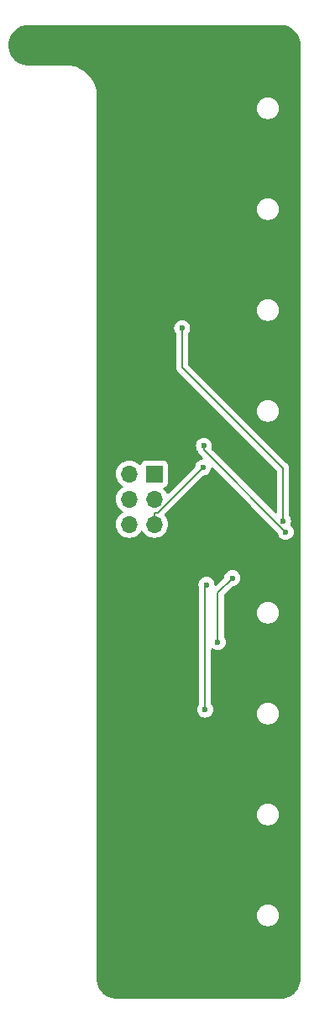
<source format=gbr>
%TF.GenerationSoftware,KiCad,Pcbnew,8.0.4-8.0.4-0~ubuntu22.04.1*%
%TF.CreationDate,2024-08-10T22:35:36+03:00*%
%TF.ProjectId,PM-RQ8-front,504d2d52-5138-42d6-9672-6f6e742e6b69,rev?*%
%TF.SameCoordinates,Original*%
%TF.FileFunction,Copper,L1,Top*%
%TF.FilePolarity,Positive*%
%FSLAX46Y46*%
G04 Gerber Fmt 4.6, Leading zero omitted, Abs format (unit mm)*
G04 Created by KiCad (PCBNEW 8.0.4-8.0.4-0~ubuntu22.04.1) date 2024-08-10 22:35:36*
%MOMM*%
%LPD*%
G01*
G04 APERTURE LIST*
%TA.AperFunction,ComponentPad*%
%ADD10R,1.700000X1.700000*%
%TD*%
%TA.AperFunction,ComponentPad*%
%ADD11O,1.700000X1.700000*%
%TD*%
%TA.AperFunction,ViaPad*%
%ADD12C,0.600000*%
%TD*%
%TA.AperFunction,Conductor*%
%ADD13C,0.200000*%
%TD*%
G04 APERTURE END LIST*
D10*
%TO.P,J2,1,Pin_1*%
%TO.N,+3.3V*%
X66040000Y-96520000D03*
D11*
%TO.P,J2,2,Pin_2*%
X63500000Y-96520000D03*
%TO.P,J2,3,Pin_3*%
%TO.N,/MOSI*%
X66040000Y-99060000D03*
%TO.P,J2,4,Pin_4*%
%TO.N,/SCK*%
X63500000Y-99060000D03*
%TO.P,J2,5,Pin_5*%
%TO.N,/MISO*%
X66040000Y-101600000D03*
%TO.P,J2,6,Pin_6*%
%TO.N,/CS*%
X63500000Y-101600000D03*
%TO.P,J2,7,Pin_7*%
%TO.N,GND*%
X66040000Y-104140000D03*
%TO.P,J2,8,Pin_8*%
X63500000Y-104140000D03*
%TD*%
D12*
%TO.N,GND*%
X73660000Y-99060000D03*
X73660000Y-101600000D03*
X76200000Y-101600000D03*
%TO.N,/6*%
X71287000Y-107684000D03*
X71148400Y-120263000D03*
%TO.N,/5*%
X73881300Y-107006000D03*
X72429300Y-113466000D03*
%TO.N,/3*%
X71015600Y-93697600D03*
X79265900Y-102357000D03*
%TO.N,/2*%
X68829200Y-81848700D03*
X79004200Y-101262000D03*
%TO.N,/MISO*%
X70932000Y-95868400D03*
%TO.N,GND*%
X78740000Y-93980000D03*
%TD*%
D13*
%TO.N,/6*%
X71148400Y-107823000D02*
X71287000Y-107684000D01*
X71148400Y-120263000D02*
X71148400Y-107823000D01*
%TO.N,/5*%
X72429300Y-108458000D02*
X72429300Y-113466000D01*
X73881300Y-107006000D02*
X72429300Y-108458000D01*
%TO.N,/3*%
X79248100Y-102357000D02*
X79265900Y-102357000D01*
X71015600Y-94124700D02*
X79248100Y-102357000D01*
X71015600Y-93697600D02*
X71015600Y-94124700D01*
%TO.N,/2*%
X79004200Y-95965300D02*
X79004200Y-101262000D01*
X68829200Y-85790300D02*
X79004200Y-95965300D01*
X68829200Y-81848700D02*
X68829200Y-85790300D01*
%TO.N,/MISO*%
X66352100Y-100448000D02*
X70932000Y-95868400D01*
X66040000Y-100448000D02*
X66352100Y-100448000D01*
X66040000Y-101600000D02*
X66040000Y-100448000D01*
%TD*%
%TA.AperFunction,Conductor*%
%TO.N,GND*%
G36*
X78744042Y-51300765D02*
G01*
X78766774Y-51302254D01*
X78998114Y-51317417D01*
X79014172Y-51319532D01*
X79259888Y-51368408D01*
X79275554Y-51372606D01*
X79426736Y-51423925D01*
X79512788Y-51453136D01*
X79527765Y-51459339D01*
X79745336Y-51566633D01*
X79752460Y-51570146D01*
X79766508Y-51578256D01*
X79974815Y-51717443D01*
X79987679Y-51727314D01*
X80176033Y-51892497D01*
X80187502Y-51903966D01*
X80352685Y-52092320D01*
X80362559Y-52105188D01*
X80501743Y-52313492D01*
X80509853Y-52327539D01*
X80620657Y-52552227D01*
X80626864Y-52567213D01*
X80707393Y-52804445D01*
X80711591Y-52820111D01*
X80760465Y-53065813D01*
X80762583Y-53081895D01*
X80778968Y-53331890D01*
X80779235Y-53335956D01*
X80779500Y-53344066D01*
X80779500Y-147315933D01*
X80779235Y-147324043D01*
X80762583Y-147578104D01*
X80760465Y-147594186D01*
X80711591Y-147839888D01*
X80707393Y-147855554D01*
X80626864Y-148092786D01*
X80620657Y-148107772D01*
X80509853Y-148332460D01*
X80501743Y-148346507D01*
X80362559Y-148554811D01*
X80352685Y-148567679D01*
X80187502Y-148756033D01*
X80176033Y-148767502D01*
X79987679Y-148932685D01*
X79974811Y-148942559D01*
X79766507Y-149081743D01*
X79752460Y-149089853D01*
X79527772Y-149200657D01*
X79512786Y-149206864D01*
X79275554Y-149287393D01*
X79259888Y-149291591D01*
X79014186Y-149340465D01*
X78998104Y-149342583D01*
X78744043Y-149359235D01*
X78735933Y-149359500D01*
X62234067Y-149359500D01*
X62225957Y-149359235D01*
X61971895Y-149342583D01*
X61955814Y-149340465D01*
X61920770Y-149333494D01*
X61710111Y-149291591D01*
X61694445Y-149287393D01*
X61457213Y-149206864D01*
X61442227Y-149200657D01*
X61217539Y-149089853D01*
X61203492Y-149081743D01*
X60995188Y-148942559D01*
X60982320Y-148932685D01*
X60793966Y-148767502D01*
X60782497Y-148756033D01*
X60617314Y-148567679D01*
X60607440Y-148554811D01*
X60468256Y-148346507D01*
X60460146Y-148332460D01*
X60349464Y-148108019D01*
X60349339Y-148107765D01*
X60343135Y-148092786D01*
X60262606Y-147855554D01*
X60258408Y-147839888D01*
X60249736Y-147796292D01*
X60209532Y-147594172D01*
X60207417Y-147578114D01*
X60190765Y-147324042D01*
X60190500Y-147315933D01*
X60190500Y-140883389D01*
X76369500Y-140883389D01*
X76369500Y-141056611D01*
X76396598Y-141227701D01*
X76450127Y-141392445D01*
X76528768Y-141546788D01*
X76630586Y-141686928D01*
X76753072Y-141809414D01*
X76893212Y-141911232D01*
X77047555Y-141989873D01*
X77212299Y-142043402D01*
X77383389Y-142070500D01*
X77383390Y-142070500D01*
X77556610Y-142070500D01*
X77556611Y-142070500D01*
X77727701Y-142043402D01*
X77892445Y-141989873D01*
X78046788Y-141911232D01*
X78186928Y-141809414D01*
X78309414Y-141686928D01*
X78411232Y-141546788D01*
X78489873Y-141392445D01*
X78543402Y-141227701D01*
X78570500Y-141056611D01*
X78570500Y-140883389D01*
X78543402Y-140712299D01*
X78489873Y-140547555D01*
X78411232Y-140393212D01*
X78309414Y-140253072D01*
X78186928Y-140130586D01*
X78046788Y-140028768D01*
X77892445Y-139950127D01*
X77727701Y-139896598D01*
X77727699Y-139896597D01*
X77727698Y-139896597D01*
X77596271Y-139875781D01*
X77556611Y-139869500D01*
X77383389Y-139869500D01*
X77343728Y-139875781D01*
X77212302Y-139896597D01*
X77047552Y-139950128D01*
X76893211Y-140028768D01*
X76813256Y-140086859D01*
X76753072Y-140130586D01*
X76753070Y-140130588D01*
X76753069Y-140130588D01*
X76630588Y-140253069D01*
X76630588Y-140253070D01*
X76630586Y-140253072D01*
X76586859Y-140313256D01*
X76528768Y-140393211D01*
X76450128Y-140547552D01*
X76396597Y-140712302D01*
X76369500Y-140883389D01*
X60190500Y-140883389D01*
X60190500Y-130723389D01*
X76369500Y-130723389D01*
X76369500Y-130896611D01*
X76396598Y-131067701D01*
X76450127Y-131232445D01*
X76528768Y-131386788D01*
X76630586Y-131526928D01*
X76753072Y-131649414D01*
X76893212Y-131751232D01*
X77047555Y-131829873D01*
X77212299Y-131883402D01*
X77383389Y-131910500D01*
X77383390Y-131910500D01*
X77556610Y-131910500D01*
X77556611Y-131910500D01*
X77727701Y-131883402D01*
X77892445Y-131829873D01*
X78046788Y-131751232D01*
X78186928Y-131649414D01*
X78309414Y-131526928D01*
X78411232Y-131386788D01*
X78489873Y-131232445D01*
X78543402Y-131067701D01*
X78570500Y-130896611D01*
X78570500Y-130723389D01*
X78543402Y-130552299D01*
X78489873Y-130387555D01*
X78411232Y-130233212D01*
X78309414Y-130093072D01*
X78186928Y-129970586D01*
X78046788Y-129868768D01*
X77892445Y-129790127D01*
X77727701Y-129736598D01*
X77727699Y-129736597D01*
X77727698Y-129736597D01*
X77596271Y-129715781D01*
X77556611Y-129709500D01*
X77383389Y-129709500D01*
X77343728Y-129715781D01*
X77212302Y-129736597D01*
X77047552Y-129790128D01*
X76893211Y-129868768D01*
X76813256Y-129926859D01*
X76753072Y-129970586D01*
X76753070Y-129970588D01*
X76753069Y-129970588D01*
X76630588Y-130093069D01*
X76630588Y-130093070D01*
X76630586Y-130093072D01*
X76586859Y-130153256D01*
X76528768Y-130233211D01*
X76450128Y-130387552D01*
X76396597Y-130552302D01*
X76369500Y-130723389D01*
X60190500Y-130723389D01*
X60190500Y-120262996D01*
X70342835Y-120262996D01*
X70342835Y-120263003D01*
X70363030Y-120442249D01*
X70363031Y-120442254D01*
X70422611Y-120612523D01*
X70500581Y-120736610D01*
X70518584Y-120765262D01*
X70646138Y-120892816D01*
X70798878Y-120988789D01*
X70969145Y-121048368D01*
X70969150Y-121048369D01*
X71148396Y-121068565D01*
X71148400Y-121068565D01*
X71148404Y-121068565D01*
X71327649Y-121048369D01*
X71327652Y-121048368D01*
X71327655Y-121048368D01*
X71497922Y-120988789D01*
X71650662Y-120892816D01*
X71778216Y-120765262D01*
X71874189Y-120612522D01*
X71891381Y-120563389D01*
X76369500Y-120563389D01*
X76369500Y-120736611D01*
X76396598Y-120907701D01*
X76450127Y-121072445D01*
X76528768Y-121226788D01*
X76630586Y-121366928D01*
X76753072Y-121489414D01*
X76893212Y-121591232D01*
X77047555Y-121669873D01*
X77212299Y-121723402D01*
X77383389Y-121750500D01*
X77383390Y-121750500D01*
X77556610Y-121750500D01*
X77556611Y-121750500D01*
X77727701Y-121723402D01*
X77892445Y-121669873D01*
X78046788Y-121591232D01*
X78186928Y-121489414D01*
X78309414Y-121366928D01*
X78411232Y-121226788D01*
X78489873Y-121072445D01*
X78543402Y-120907701D01*
X78570500Y-120736611D01*
X78570500Y-120563389D01*
X78543402Y-120392299D01*
X78489873Y-120227555D01*
X78411232Y-120073212D01*
X78309414Y-119933072D01*
X78186928Y-119810586D01*
X78046788Y-119708768D01*
X77892445Y-119630127D01*
X77727701Y-119576598D01*
X77727699Y-119576597D01*
X77727698Y-119576597D01*
X77596271Y-119555781D01*
X77556611Y-119549500D01*
X77383389Y-119549500D01*
X77343728Y-119555781D01*
X77212302Y-119576597D01*
X77047552Y-119630128D01*
X76893211Y-119708768D01*
X76829930Y-119754745D01*
X76753072Y-119810586D01*
X76753070Y-119810588D01*
X76753069Y-119810588D01*
X76630588Y-119933069D01*
X76630588Y-119933070D01*
X76630586Y-119933072D01*
X76586859Y-119993256D01*
X76528768Y-120073211D01*
X76450128Y-120227552D01*
X76396597Y-120392302D01*
X76369500Y-120563389D01*
X71891381Y-120563389D01*
X71933768Y-120442255D01*
X71933769Y-120442249D01*
X71953965Y-120263003D01*
X71953965Y-120262996D01*
X71933769Y-120083750D01*
X71933768Y-120083745D01*
X71881045Y-119933072D01*
X71874189Y-119913478D01*
X71778216Y-119760738D01*
X71778214Y-119760736D01*
X71778213Y-119760734D01*
X71775950Y-119757896D01*
X71775059Y-119755715D01*
X71774511Y-119754842D01*
X71774664Y-119754745D01*
X71749544Y-119693209D01*
X71748900Y-119680587D01*
X71748900Y-114208245D01*
X71768585Y-114141206D01*
X71821389Y-114095451D01*
X71890547Y-114085507D01*
X71938871Y-114103251D01*
X71985011Y-114132242D01*
X72079775Y-114191788D01*
X72250045Y-114251368D01*
X72250050Y-114251369D01*
X72429296Y-114271565D01*
X72429300Y-114271565D01*
X72429304Y-114271565D01*
X72608549Y-114251369D01*
X72608552Y-114251368D01*
X72608555Y-114251368D01*
X72778822Y-114191789D01*
X72931562Y-114095816D01*
X73059116Y-113968262D01*
X73155089Y-113815522D01*
X73214668Y-113645255D01*
X73234865Y-113466000D01*
X73214668Y-113286745D01*
X73155089Y-113116478D01*
X73059116Y-112963738D01*
X73059114Y-112963736D01*
X73059113Y-112963734D01*
X73056850Y-112960896D01*
X73055959Y-112958715D01*
X73055411Y-112957842D01*
X73055564Y-112957745D01*
X73030444Y-112896209D01*
X73029800Y-112883587D01*
X73029800Y-110403389D01*
X76369500Y-110403389D01*
X76369500Y-110576611D01*
X76396598Y-110747701D01*
X76450127Y-110912445D01*
X76528768Y-111066788D01*
X76630586Y-111206928D01*
X76753072Y-111329414D01*
X76893212Y-111431232D01*
X77047555Y-111509873D01*
X77212299Y-111563402D01*
X77383389Y-111590500D01*
X77383390Y-111590500D01*
X77556610Y-111590500D01*
X77556611Y-111590500D01*
X77727701Y-111563402D01*
X77892445Y-111509873D01*
X78046788Y-111431232D01*
X78186928Y-111329414D01*
X78309414Y-111206928D01*
X78411232Y-111066788D01*
X78489873Y-110912445D01*
X78543402Y-110747701D01*
X78570500Y-110576611D01*
X78570500Y-110403389D01*
X78543402Y-110232299D01*
X78489873Y-110067555D01*
X78411232Y-109913212D01*
X78309414Y-109773072D01*
X78186928Y-109650586D01*
X78046788Y-109548768D01*
X77892445Y-109470127D01*
X77727701Y-109416598D01*
X77727699Y-109416597D01*
X77727698Y-109416597D01*
X77596271Y-109395781D01*
X77556611Y-109389500D01*
X77383389Y-109389500D01*
X77343728Y-109395781D01*
X77212302Y-109416597D01*
X77047552Y-109470128D01*
X76893211Y-109548768D01*
X76813256Y-109606859D01*
X76753072Y-109650586D01*
X76753070Y-109650588D01*
X76753069Y-109650588D01*
X76630588Y-109773069D01*
X76630588Y-109773070D01*
X76630586Y-109773072D01*
X76586859Y-109833256D01*
X76528768Y-109913211D01*
X76450128Y-110067552D01*
X76396597Y-110232302D01*
X76369500Y-110403389D01*
X73029800Y-110403389D01*
X73029800Y-108758096D01*
X73049485Y-108691057D01*
X73066115Y-108670419D01*
X73899835Y-107836698D01*
X73961156Y-107803215D01*
X73973611Y-107801163D01*
X74060555Y-107791368D01*
X74230822Y-107731789D01*
X74383562Y-107635816D01*
X74511116Y-107508262D01*
X74607089Y-107355522D01*
X74666668Y-107185255D01*
X74666669Y-107185249D01*
X74686865Y-107006003D01*
X74686865Y-107005996D01*
X74666669Y-106826750D01*
X74666668Y-106826745D01*
X74607088Y-106656476D01*
X74511115Y-106503737D01*
X74383562Y-106376184D01*
X74230823Y-106280211D01*
X74060554Y-106220631D01*
X74060549Y-106220630D01*
X73881304Y-106200435D01*
X73881296Y-106200435D01*
X73702050Y-106220630D01*
X73702045Y-106220631D01*
X73531776Y-106280211D01*
X73379037Y-106376184D01*
X73251484Y-106503737D01*
X73155510Y-106656478D01*
X73095930Y-106826750D01*
X73086137Y-106913668D01*
X73059070Y-106978082D01*
X73050598Y-106987465D01*
X72301117Y-107736946D01*
X72239794Y-107770431D01*
X72170102Y-107765447D01*
X72114169Y-107723575D01*
X72090216Y-107663148D01*
X72072369Y-107504750D01*
X72072368Y-107504745D01*
X72020153Y-107355523D01*
X72012789Y-107334478D01*
X71916816Y-107181738D01*
X71789262Y-107054184D01*
X71636523Y-106958211D01*
X71466254Y-106898631D01*
X71466249Y-106898630D01*
X71287004Y-106878435D01*
X71286996Y-106878435D01*
X71107750Y-106898630D01*
X71107745Y-106898631D01*
X70937476Y-106958211D01*
X70784737Y-107054184D01*
X70657184Y-107181737D01*
X70561211Y-107334476D01*
X70501631Y-107504745D01*
X70501630Y-107504750D01*
X70481435Y-107683996D01*
X70481435Y-107684003D01*
X70501630Y-107863246D01*
X70501632Y-107863257D01*
X70540941Y-107975593D01*
X70547900Y-108016548D01*
X70547900Y-119680587D01*
X70528215Y-119747626D01*
X70520850Y-119757896D01*
X70518586Y-119760734D01*
X70422611Y-119913476D01*
X70363031Y-120083745D01*
X70363030Y-120083750D01*
X70342835Y-120262996D01*
X60190500Y-120262996D01*
X60190500Y-96519999D01*
X62144341Y-96519999D01*
X62144341Y-96520000D01*
X62164936Y-96755403D01*
X62164938Y-96755413D01*
X62226094Y-96983655D01*
X62226096Y-96983659D01*
X62226097Y-96983663D01*
X62310499Y-97164663D01*
X62325965Y-97197830D01*
X62325967Y-97197834D01*
X62461501Y-97391395D01*
X62461506Y-97391402D01*
X62628597Y-97558493D01*
X62628603Y-97558498D01*
X62814158Y-97688425D01*
X62857783Y-97743002D01*
X62864977Y-97812500D01*
X62833454Y-97874855D01*
X62814158Y-97891575D01*
X62628597Y-98021505D01*
X62461505Y-98188597D01*
X62325965Y-98382169D01*
X62325964Y-98382171D01*
X62226098Y-98596335D01*
X62226094Y-98596344D01*
X62164938Y-98824586D01*
X62164936Y-98824596D01*
X62144341Y-99059999D01*
X62144341Y-99060000D01*
X62164936Y-99295403D01*
X62164938Y-99295413D01*
X62226094Y-99523655D01*
X62226096Y-99523659D01*
X62226097Y-99523663D01*
X62230000Y-99532032D01*
X62325965Y-99737830D01*
X62325967Y-99737834D01*
X62434281Y-99892521D01*
X62461501Y-99931396D01*
X62461506Y-99931402D01*
X62628597Y-100098493D01*
X62628603Y-100098498D01*
X62814158Y-100228425D01*
X62857783Y-100283002D01*
X62864977Y-100352500D01*
X62833454Y-100414855D01*
X62814158Y-100431575D01*
X62628597Y-100561505D01*
X62461505Y-100728597D01*
X62325965Y-100922169D01*
X62325964Y-100922171D01*
X62226098Y-101136335D01*
X62226094Y-101136344D01*
X62164938Y-101364586D01*
X62164936Y-101364596D01*
X62144341Y-101599999D01*
X62144341Y-101600000D01*
X62164936Y-101835403D01*
X62164938Y-101835413D01*
X62226094Y-102063655D01*
X62226096Y-102063659D01*
X62226097Y-102063663D01*
X62279297Y-102177750D01*
X62325965Y-102277830D01*
X62325967Y-102277834D01*
X62429914Y-102426285D01*
X62461505Y-102471401D01*
X62628599Y-102638495D01*
X62725384Y-102706265D01*
X62822165Y-102774032D01*
X62822167Y-102774033D01*
X62822170Y-102774035D01*
X63036337Y-102873903D01*
X63264592Y-102935063D01*
X63452918Y-102951539D01*
X63499999Y-102955659D01*
X63500000Y-102955659D01*
X63500001Y-102955659D01*
X63539234Y-102952226D01*
X63735408Y-102935063D01*
X63963663Y-102873903D01*
X64177830Y-102774035D01*
X64371401Y-102638495D01*
X64538495Y-102471401D01*
X64668425Y-102285842D01*
X64723002Y-102242217D01*
X64792500Y-102235023D01*
X64854855Y-102266546D01*
X64871575Y-102285842D01*
X65001500Y-102471395D01*
X65001505Y-102471401D01*
X65168599Y-102638495D01*
X65265384Y-102706265D01*
X65362165Y-102774032D01*
X65362167Y-102774033D01*
X65362170Y-102774035D01*
X65576337Y-102873903D01*
X65804592Y-102935063D01*
X65992918Y-102951539D01*
X66039999Y-102955659D01*
X66040000Y-102955659D01*
X66040001Y-102955659D01*
X66079234Y-102952226D01*
X66275408Y-102935063D01*
X66503663Y-102873903D01*
X66717830Y-102774035D01*
X66911401Y-102638495D01*
X67078495Y-102471401D01*
X67214035Y-102277830D01*
X67313903Y-102063663D01*
X67375063Y-101835408D01*
X67395659Y-101600000D01*
X67375063Y-101364592D01*
X67313903Y-101136337D01*
X67214035Y-100922171D01*
X67214034Y-100922169D01*
X67075390Y-100724164D01*
X67076671Y-100723266D01*
X67051548Y-100665859D01*
X67062589Y-100596867D01*
X67086871Y-100562482D01*
X70950508Y-96699098D01*
X71011830Y-96665617D01*
X71024276Y-96663567D01*
X71111255Y-96653768D01*
X71281522Y-96594189D01*
X71434262Y-96498216D01*
X71561816Y-96370662D01*
X71657789Y-96217922D01*
X71717368Y-96047655D01*
X71717740Y-96044360D01*
X71726207Y-95969208D01*
X71753273Y-95904794D01*
X71810868Y-95865239D01*
X71880705Y-95863101D01*
X71937105Y-95895408D01*
X75779621Y-99737830D01*
X78437458Y-102395603D01*
X78470944Y-102456925D01*
X78472998Y-102469400D01*
X78480530Y-102536249D01*
X78540110Y-102706521D01*
X78582532Y-102774035D01*
X78636084Y-102859262D01*
X78763638Y-102986816D01*
X78916378Y-103082789D01*
X79086645Y-103142368D01*
X79086650Y-103142369D01*
X79265896Y-103162565D01*
X79265900Y-103162565D01*
X79265904Y-103162565D01*
X79445149Y-103142369D01*
X79445152Y-103142368D01*
X79445155Y-103142368D01*
X79615422Y-103082789D01*
X79768162Y-102986816D01*
X79895716Y-102859262D01*
X79991689Y-102706522D01*
X80051268Y-102536255D01*
X80058575Y-102471402D01*
X80071465Y-102357003D01*
X80071465Y-102356996D01*
X80051269Y-102177750D01*
X80051268Y-102177745D01*
X79991688Y-102007476D01*
X79895715Y-101854737D01*
X79764997Y-101724019D01*
X79731512Y-101662696D01*
X79735637Y-101595383D01*
X79789566Y-101441262D01*
X79789569Y-101441249D01*
X79809765Y-101262003D01*
X79809765Y-101261996D01*
X79789569Y-101082750D01*
X79789568Y-101082745D01*
X79737329Y-100933454D01*
X79729989Y-100912478D01*
X79634016Y-100759738D01*
X79634014Y-100759736D01*
X79634013Y-100759734D01*
X79631750Y-100756896D01*
X79630859Y-100754715D01*
X79630311Y-100753842D01*
X79630464Y-100753745D01*
X79605344Y-100692209D01*
X79604700Y-100679587D01*
X79604700Y-96054359D01*
X79604701Y-96054346D01*
X79604701Y-95886245D01*
X79604701Y-95886243D01*
X79563777Y-95733515D01*
X79534839Y-95683395D01*
X79484720Y-95596584D01*
X79372916Y-95484780D01*
X79372915Y-95484779D01*
X79368585Y-95480449D01*
X79368574Y-95480439D01*
X73971524Y-90083389D01*
X76369500Y-90083389D01*
X76369500Y-90256611D01*
X76396598Y-90427701D01*
X76450127Y-90592445D01*
X76528768Y-90746788D01*
X76630586Y-90886928D01*
X76753072Y-91009414D01*
X76893212Y-91111232D01*
X77047555Y-91189873D01*
X77212299Y-91243402D01*
X77383389Y-91270500D01*
X77383390Y-91270500D01*
X77556610Y-91270500D01*
X77556611Y-91270500D01*
X77727701Y-91243402D01*
X77892445Y-91189873D01*
X78046788Y-91111232D01*
X78186928Y-91009414D01*
X78309414Y-90886928D01*
X78411232Y-90746788D01*
X78489873Y-90592445D01*
X78543402Y-90427701D01*
X78570500Y-90256611D01*
X78570500Y-90083389D01*
X78543402Y-89912299D01*
X78489873Y-89747555D01*
X78411232Y-89593212D01*
X78309414Y-89453072D01*
X78186928Y-89330586D01*
X78046788Y-89228768D01*
X77892445Y-89150127D01*
X77727701Y-89096598D01*
X77727699Y-89096597D01*
X77727698Y-89096597D01*
X77596271Y-89075781D01*
X77556611Y-89069500D01*
X77383389Y-89069500D01*
X77343728Y-89075781D01*
X77212302Y-89096597D01*
X77047552Y-89150128D01*
X76893211Y-89228768D01*
X76813256Y-89286859D01*
X76753072Y-89330586D01*
X76753070Y-89330588D01*
X76753069Y-89330588D01*
X76630588Y-89453069D01*
X76630588Y-89453070D01*
X76630586Y-89453072D01*
X76586859Y-89513256D01*
X76528768Y-89593211D01*
X76450128Y-89747552D01*
X76396597Y-89912302D01*
X76369500Y-90083389D01*
X73971524Y-90083389D01*
X69466019Y-85577884D01*
X69432534Y-85516561D01*
X69429700Y-85490203D01*
X69429700Y-82431112D01*
X69449385Y-82364073D01*
X69456755Y-82353797D01*
X69459010Y-82350967D01*
X69459016Y-82350962D01*
X69554989Y-82198222D01*
X69614568Y-82027955D01*
X69634765Y-81848700D01*
X69614568Y-81669445D01*
X69554989Y-81499178D01*
X69459016Y-81346438D01*
X69331462Y-81218884D01*
X69178723Y-81122911D01*
X69008454Y-81063331D01*
X69008449Y-81063330D01*
X68829204Y-81043135D01*
X68829196Y-81043135D01*
X68649950Y-81063330D01*
X68649945Y-81063331D01*
X68479676Y-81122911D01*
X68326937Y-81218884D01*
X68199384Y-81346437D01*
X68103411Y-81499176D01*
X68043831Y-81669445D01*
X68043830Y-81669450D01*
X68023635Y-81848696D01*
X68023635Y-81848703D01*
X68043830Y-82027949D01*
X68043831Y-82027954D01*
X68103411Y-82198223D01*
X68199385Y-82350963D01*
X68201645Y-82353797D01*
X68202534Y-82355975D01*
X68203089Y-82356858D01*
X68202934Y-82356955D01*
X68228055Y-82418483D01*
X68228700Y-82431112D01*
X68228700Y-85703630D01*
X68228699Y-85703648D01*
X68228699Y-85869354D01*
X68228698Y-85869354D01*
X68269623Y-86022085D01*
X68298558Y-86072200D01*
X68298559Y-86072204D01*
X68298560Y-86072204D01*
X68348679Y-86159014D01*
X68348681Y-86159017D01*
X68467549Y-86277885D01*
X68467555Y-86277890D01*
X78367381Y-96177716D01*
X78400866Y-96239039D01*
X78403700Y-96265397D01*
X78403700Y-100364038D01*
X78384015Y-100431077D01*
X78331211Y-100476832D01*
X78262053Y-100486776D01*
X78198497Y-100457751D01*
X78192020Y-100451720D01*
X71808375Y-94068230D01*
X71774889Y-94006908D01*
X71779013Y-93939595D01*
X71800968Y-93876855D01*
X71821165Y-93697600D01*
X71800968Y-93518345D01*
X71741389Y-93348078D01*
X71645416Y-93195338D01*
X71517862Y-93067784D01*
X71365123Y-92971811D01*
X71194854Y-92912231D01*
X71194849Y-92912230D01*
X71015604Y-92892035D01*
X71015596Y-92892035D01*
X70836350Y-92912230D01*
X70836345Y-92912231D01*
X70666076Y-92971811D01*
X70513337Y-93067784D01*
X70385784Y-93195337D01*
X70289811Y-93348076D01*
X70230231Y-93518345D01*
X70230230Y-93518350D01*
X70210035Y-93697596D01*
X70210035Y-93697603D01*
X70230230Y-93876849D01*
X70230231Y-93876854D01*
X70289811Y-94047123D01*
X70385784Y-94199862D01*
X70400908Y-94214986D01*
X70433000Y-94270569D01*
X70441944Y-94303943D01*
X70441946Y-94303948D01*
X70455773Y-94355552D01*
X70456086Y-94356763D01*
X70456180Y-94356983D01*
X70458009Y-94359926D01*
X70487970Y-94411820D01*
X70535080Y-94493416D01*
X70535083Y-94493421D01*
X70576188Y-94534524D01*
X70653944Y-94612280D01*
X70653958Y-94612292D01*
X70904965Y-94863293D01*
X70938451Y-94924615D01*
X70933467Y-94994307D01*
X70891597Y-95050241D01*
X70831169Y-95074195D01*
X70752749Y-95083030D01*
X70752745Y-95083031D01*
X70582476Y-95142611D01*
X70429737Y-95238584D01*
X70302184Y-95366137D01*
X70206210Y-95518878D01*
X70146630Y-95689150D01*
X70136841Y-95776036D01*
X70109775Y-95840450D01*
X70101299Y-95849837D01*
X67452072Y-98498891D01*
X67390748Y-98532374D01*
X67321057Y-98527387D01*
X67265124Y-98485514D01*
X67252012Y-98463612D01*
X67214035Y-98382171D01*
X67214034Y-98382169D01*
X67078496Y-98188600D01*
X67078493Y-98188597D01*
X66956567Y-98066671D01*
X66923084Y-98005351D01*
X66928068Y-97935659D01*
X66969939Y-97879725D01*
X67000915Y-97862810D01*
X67132331Y-97813796D01*
X67247546Y-97727546D01*
X67333796Y-97612331D01*
X67384091Y-97477483D01*
X67390500Y-97417873D01*
X67390499Y-95622128D01*
X67384091Y-95562517D01*
X67382810Y-95559083D01*
X67333797Y-95427671D01*
X67333793Y-95427664D01*
X67247547Y-95312455D01*
X67247544Y-95312452D01*
X67132335Y-95226206D01*
X67132328Y-95226202D01*
X66997482Y-95175908D01*
X66997483Y-95175908D01*
X66937883Y-95169501D01*
X66937881Y-95169500D01*
X66937873Y-95169500D01*
X66937864Y-95169500D01*
X65142129Y-95169500D01*
X65142123Y-95169501D01*
X65082516Y-95175908D01*
X64947671Y-95226202D01*
X64947664Y-95226206D01*
X64832455Y-95312452D01*
X64832452Y-95312455D01*
X64746206Y-95427664D01*
X64746203Y-95427669D01*
X64697189Y-95559083D01*
X64655317Y-95615016D01*
X64589853Y-95639433D01*
X64521580Y-95624581D01*
X64493326Y-95603430D01*
X64371402Y-95481506D01*
X64371395Y-95481501D01*
X64369878Y-95480439D01*
X64294518Y-95427671D01*
X64177834Y-95345967D01*
X64177830Y-95345965D01*
X64177828Y-95345964D01*
X63963663Y-95246097D01*
X63963659Y-95246096D01*
X63963655Y-95246094D01*
X63735413Y-95184938D01*
X63735403Y-95184936D01*
X63500001Y-95164341D01*
X63499999Y-95164341D01*
X63264596Y-95184936D01*
X63264586Y-95184938D01*
X63036344Y-95246094D01*
X63036335Y-95246098D01*
X62822171Y-95345964D01*
X62822169Y-95345965D01*
X62628597Y-95481505D01*
X62461505Y-95648597D01*
X62325965Y-95842169D01*
X62325964Y-95842171D01*
X62226098Y-96056335D01*
X62226094Y-96056344D01*
X62164938Y-96284586D01*
X62164936Y-96284596D01*
X62144341Y-96519999D01*
X60190500Y-96519999D01*
X60190500Y-79923389D01*
X76369500Y-79923389D01*
X76369500Y-80096611D01*
X76396598Y-80267701D01*
X76450127Y-80432445D01*
X76528768Y-80586788D01*
X76630586Y-80726928D01*
X76753072Y-80849414D01*
X76893212Y-80951232D01*
X77047555Y-81029873D01*
X77212299Y-81083402D01*
X77383389Y-81110500D01*
X77383390Y-81110500D01*
X77556610Y-81110500D01*
X77556611Y-81110500D01*
X77727701Y-81083402D01*
X77892445Y-81029873D01*
X78046788Y-80951232D01*
X78186928Y-80849414D01*
X78309414Y-80726928D01*
X78411232Y-80586788D01*
X78489873Y-80432445D01*
X78543402Y-80267701D01*
X78570500Y-80096611D01*
X78570500Y-79923389D01*
X78543402Y-79752299D01*
X78489873Y-79587555D01*
X78411232Y-79433212D01*
X78309414Y-79293072D01*
X78186928Y-79170586D01*
X78046788Y-79068768D01*
X77892445Y-78990127D01*
X77727701Y-78936598D01*
X77727699Y-78936597D01*
X77727698Y-78936597D01*
X77596271Y-78915781D01*
X77556611Y-78909500D01*
X77383389Y-78909500D01*
X77343728Y-78915781D01*
X77212302Y-78936597D01*
X77047552Y-78990128D01*
X76893211Y-79068768D01*
X76813256Y-79126859D01*
X76753072Y-79170586D01*
X76753070Y-79170588D01*
X76753069Y-79170588D01*
X76630588Y-79293069D01*
X76630588Y-79293070D01*
X76630586Y-79293072D01*
X76586859Y-79353256D01*
X76528768Y-79433211D01*
X76450128Y-79587552D01*
X76396597Y-79752302D01*
X76369500Y-79923389D01*
X60190500Y-79923389D01*
X60190500Y-69763389D01*
X76369500Y-69763389D01*
X76369500Y-69936611D01*
X76396598Y-70107701D01*
X76450127Y-70272445D01*
X76528768Y-70426788D01*
X76630586Y-70566928D01*
X76753072Y-70689414D01*
X76893212Y-70791232D01*
X77047555Y-70869873D01*
X77212299Y-70923402D01*
X77383389Y-70950500D01*
X77383390Y-70950500D01*
X77556610Y-70950500D01*
X77556611Y-70950500D01*
X77727701Y-70923402D01*
X77892445Y-70869873D01*
X78046788Y-70791232D01*
X78186928Y-70689414D01*
X78309414Y-70566928D01*
X78411232Y-70426788D01*
X78489873Y-70272445D01*
X78543402Y-70107701D01*
X78570500Y-69936611D01*
X78570500Y-69763389D01*
X78543402Y-69592299D01*
X78489873Y-69427555D01*
X78411232Y-69273212D01*
X78309414Y-69133072D01*
X78186928Y-69010586D01*
X78046788Y-68908768D01*
X77892445Y-68830127D01*
X77727701Y-68776598D01*
X77727699Y-68776597D01*
X77727698Y-68776597D01*
X77596271Y-68755781D01*
X77556611Y-68749500D01*
X77383389Y-68749500D01*
X77343728Y-68755781D01*
X77212302Y-68776597D01*
X77047552Y-68830128D01*
X76893211Y-68908768D01*
X76813256Y-68966859D01*
X76753072Y-69010586D01*
X76753070Y-69010588D01*
X76753069Y-69010588D01*
X76630588Y-69133069D01*
X76630588Y-69133070D01*
X76630586Y-69133072D01*
X76586859Y-69193256D01*
X76528768Y-69273211D01*
X76450128Y-69427552D01*
X76396597Y-69592302D01*
X76369500Y-69763389D01*
X60190500Y-69763389D01*
X60190500Y-59603389D01*
X76369500Y-59603389D01*
X76369500Y-59776611D01*
X76396598Y-59947701D01*
X76450127Y-60112445D01*
X76528768Y-60266788D01*
X76630586Y-60406928D01*
X76753072Y-60529414D01*
X76893212Y-60631232D01*
X77047555Y-60709873D01*
X77212299Y-60763402D01*
X77383389Y-60790500D01*
X77383390Y-60790500D01*
X77556610Y-60790500D01*
X77556611Y-60790500D01*
X77727701Y-60763402D01*
X77892445Y-60709873D01*
X78046788Y-60631232D01*
X78186928Y-60529414D01*
X78309414Y-60406928D01*
X78411232Y-60266788D01*
X78489873Y-60112445D01*
X78543402Y-59947701D01*
X78570500Y-59776611D01*
X78570500Y-59603389D01*
X78543402Y-59432299D01*
X78489873Y-59267555D01*
X78411232Y-59113212D01*
X78309414Y-58973072D01*
X78186928Y-58850586D01*
X78046788Y-58748768D01*
X77892445Y-58670127D01*
X77727701Y-58616598D01*
X77727699Y-58616597D01*
X77727698Y-58616597D01*
X77596271Y-58595781D01*
X77556611Y-58589500D01*
X77383389Y-58589500D01*
X77343728Y-58595781D01*
X77212302Y-58616597D01*
X77047552Y-58670128D01*
X76893211Y-58748768D01*
X76813256Y-58806859D01*
X76753072Y-58850586D01*
X76753070Y-58850588D01*
X76753069Y-58850588D01*
X76630588Y-58973069D01*
X76630588Y-58973070D01*
X76630586Y-58973072D01*
X76586859Y-59033256D01*
X76528768Y-59113211D01*
X76450128Y-59267552D01*
X76396597Y-59432302D01*
X76369500Y-59603389D01*
X60190500Y-59603389D01*
X60190500Y-58260657D01*
X60179268Y-58153792D01*
X60157188Y-57943708D01*
X60090928Y-57631981D01*
X59992447Y-57328887D01*
X59862824Y-57037747D01*
X59703479Y-56761753D01*
X59703479Y-56761752D01*
X59516148Y-56503916D01*
X59404275Y-56379670D01*
X59302909Y-56267091D01*
X59201541Y-56175819D01*
X59066083Y-56053851D01*
X59064669Y-56052824D01*
X58845350Y-55893478D01*
X58808246Y-55866520D01*
X58532262Y-55707181D01*
X58532257Y-55707178D01*
X58532253Y-55707176D01*
X58241113Y-55577553D01*
X58241108Y-55577551D01*
X58241105Y-55577550D01*
X58067710Y-55521211D01*
X57938019Y-55479072D01*
X57938016Y-55479071D01*
X57938015Y-55479071D01*
X57938014Y-55479070D01*
X57669245Y-55421942D01*
X57626295Y-55412812D01*
X57490458Y-55398535D01*
X57309346Y-55379500D01*
X57309342Y-55379500D01*
X53344067Y-55379500D01*
X53335957Y-55379235D01*
X53081895Y-55362583D01*
X53065814Y-55360465D01*
X53030770Y-55353494D01*
X52820111Y-55311591D01*
X52804445Y-55307393D01*
X52567213Y-55226864D01*
X52552227Y-55220657D01*
X52327539Y-55109853D01*
X52313492Y-55101743D01*
X52105188Y-54962559D01*
X52092320Y-54952685D01*
X51903966Y-54787502D01*
X51892497Y-54776033D01*
X51727314Y-54587679D01*
X51717440Y-54574811D01*
X51578256Y-54366507D01*
X51570146Y-54352460D01*
X51459464Y-54128019D01*
X51459339Y-54127765D01*
X51453135Y-54112786D01*
X51372606Y-53875554D01*
X51368408Y-53859888D01*
X51359736Y-53816292D01*
X51319532Y-53614172D01*
X51317417Y-53598116D01*
X51301031Y-53348101D01*
X51301031Y-53331898D01*
X51317417Y-53081881D01*
X51319531Y-53065829D01*
X51368409Y-52820107D01*
X51372606Y-52804445D01*
X51396197Y-52734945D01*
X51453138Y-52567205D01*
X51459336Y-52552239D01*
X51570149Y-52327533D01*
X51578252Y-52313498D01*
X51717448Y-52105176D01*
X51727305Y-52092331D01*
X51892502Y-51903960D01*
X51903960Y-51892502D01*
X52092331Y-51727305D01*
X52105176Y-51717448D01*
X52313498Y-51578252D01*
X52327533Y-51570149D01*
X52552239Y-51459336D01*
X52567205Y-51453138D01*
X52734945Y-51396197D01*
X52804445Y-51372606D01*
X52820107Y-51368409D01*
X53065829Y-51319531D01*
X53081883Y-51317417D01*
X53314848Y-51302148D01*
X53335958Y-51300765D01*
X53344067Y-51300500D01*
X53405892Y-51300500D01*
X78674108Y-51300500D01*
X78735933Y-51300500D01*
X78744042Y-51300765D01*
G37*
%TD.AperFunction*%
%TD*%
M02*

</source>
